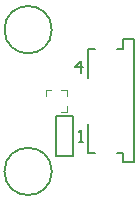
<source format=gto>
G04 Layer_Color=65535*
%FSLAX25Y25*%
%MOIN*%
G70*
G01*
G75*
%ADD16C,0.00600*%
%ADD22C,0.00394*%
%ADD23C,0.00787*%
D16*
X26772Y19685D02*
X28105D01*
X27438D01*
Y23684D01*
X26772Y23017D01*
X27590Y42520D02*
Y46518D01*
X25591Y44519D01*
X28256D01*
D22*
X15878Y29744D02*
G03*
X15878Y29744I-197J0D01*
G01*
X20878Y36988D02*
X22748Y36988D01*
Y35020D02*
Y36988D01*
Y29705D02*
Y31575D01*
X20878Y29705D02*
X22748D01*
X15661Y36988D02*
X17531D01*
X15661Y35118D02*
Y36988D01*
D23*
X17717Y9843D02*
G03*
X17717Y9843I-7874J0D01*
G01*
Y57087D02*
G03*
X17717Y57087I-7874J0D01*
G01*
Y9843D02*
G03*
X17717Y9843I-7874J0D01*
G01*
X19291Y14961D02*
Y21654D01*
Y14961D02*
X24803D01*
Y28346D01*
X19291D02*
X24803D01*
X19291Y21654D02*
Y28346D01*
X41339Y53839D02*
X45079D01*
X41339Y50787D02*
Y53839D01*
Y13091D02*
Y16142D01*
Y13091D02*
X45079D01*
Y53839D01*
X39567Y16142D02*
X41339D01*
X29724D02*
X32087D01*
X29724Y50787D02*
X32087D01*
X39567D02*
X41339D01*
X29724Y16142D02*
Y25787D01*
Y41142D02*
Y50787D01*
M02*

</source>
